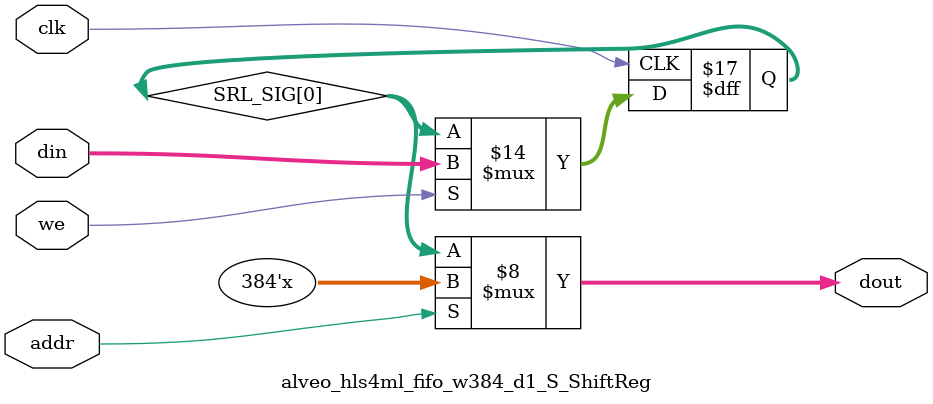
<source format=v>

`timescale 1 ns / 1 ps

module alveo_hls4ml_fifo_w384_d1_S
#(parameter
    MEM_STYLE   = "shiftReg",
    DATA_WIDTH  = 384,
    ADDR_WIDTH  = 1,
    DEPTH       = 1)
(
    // system signal
    input  wire                  clk,
    input  wire                  reset,

    // write
    output wire                  if_full_n,
    input  wire                  if_write_ce,
    input  wire                  if_write,
    input  wire [DATA_WIDTH-1:0] if_din,
    
    // read 
    output wire [ADDR_WIDTH:0]   if_num_data_valid, // for FRP
    output wire [ADDR_WIDTH:0]   if_fifo_cap,       // for FRP
    output wire                  if_empty_n,
    input  wire                  if_read_ce,
    input  wire                  if_read,
    output wire [DATA_WIDTH-1:0] if_dout
);
//------------------------Parameter----------------------

//------------------------Local signal-------------------
wire [ADDR_WIDTH-1:0] addr;
wire                  push;
wire                  pop;
reg signed [ADDR_WIDTH:0]   mOutPtr;
reg                   empty_n = 1'b0;
reg                   full_n  = 1'b1;
// with almost full?  no 
//------------------------Instantiation------------------
alveo_hls4ml_fifo_w384_d1_S_ShiftReg 
#(  .DATA_WIDTH (DATA_WIDTH),
    .ADDR_WIDTH (ADDR_WIDTH),
    .DEPTH      (DEPTH))
U_alveo_hls4ml_fifo_w384_d1_S_ShiftReg (
    .clk        (clk),
    .we         (push),
    .addr       (addr),
    .din        (if_din),
    .dout       (if_dout)
);
//------------------------Task and function--------------

//------------------------Body---------------------------
// has num_data_valid ? 
assign if_num_data_valid = mOutPtr + 1'b1; // yes
assign if_fifo_cap = DEPTH; // yes 

// has almost full ? 
assign if_full_n  = full_n; //no 
assign if_empty_n = empty_n;

assign push = (if_write & if_write_ce) & full_n;
assign pop  = (if_read & if_read_ce) & empty_n;
assign addr = mOutPtr[ADDR_WIDTH] == 1'b0 ? mOutPtr[ADDR_WIDTH-1:0]:{ADDR_WIDTH{1'b0}};

// full_n
always @(posedge clk ) begin
    if (reset == 1'b1)
        full_n <= 1'b1;
    else if (push & ~pop) begin
        if (mOutPtr == DEPTH - 2)
            full_n <= 1'b0;
    end
    else if (~push & pop)
        full_n <= 1'b1;
end

// almost_full_n 

// empty_n
always @(posedge clk ) begin
    if (reset == 1'b1)
        empty_n <= 1'b0;
    else if (push & ~pop)
        empty_n <= 1'b1;
    else if (~push & pop) begin
        if (mOutPtr == 0)
            empty_n <= 1'b0;
    end
end

// mOutPtr
always @(posedge clk ) begin
    if (reset == 1'b1)
        mOutPtr <= {ADDR_WIDTH+1{1'b1}};
    else if (push & ~pop)
        mOutPtr <= mOutPtr + 1'b1;
    else if (~push & pop)
        mOutPtr <= mOutPtr - 1'b1;
end

endmodule  


module alveo_hls4ml_fifo_w384_d1_S_ShiftReg
#(parameter
    DATA_WIDTH  = 384,
    ADDR_WIDTH  = 1,
    DEPTH       = 1)
(
    input  wire                  clk,
    input  wire                  we,
    input  wire [ADDR_WIDTH-1:0] addr,
    input  wire [DATA_WIDTH-1:0] din,
    output wire [DATA_WIDTH-1:0] dout
);

reg [DATA_WIDTH-1:0] SRL_SIG [0:DEPTH-1];
integer i;

always @ (posedge clk) begin
    if (we) begin
        for (i=0; i<DEPTH-1; i=i+1)
            SRL_SIG[i+1] <= SRL_SIG[i];
        SRL_SIG[0] <= din;
    end
end

assign dout = SRL_SIG[addr];

endmodule

</source>
